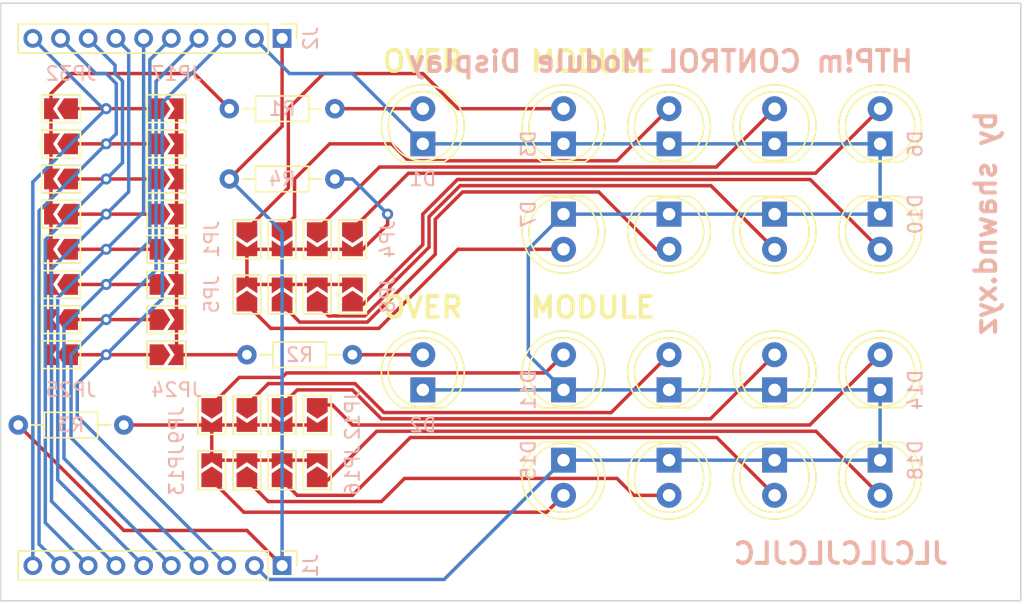
<source format=kicad_pcb>
(kicad_pcb (version 20221018) (generator pcbnew)
  (title_block (title "HTP!m CONTROL Module Display") (date "2023-10-07") (rev "1") (company "shawnd.xyz") (comment 2 "status.") (comment 3 "The HTP!m CONTROL Module Display highlights the selected module and its override"))
  (layers (0 "F.Cu" signal) (31 "B.Cu" signal) (34 "B.Paste" user) (35 "F.Paste" user) (36 "B.SilkS" user "B.Silkscreen") (37 "F.SilkS" user "F.Silkscreen") (38 "B.Mask" user) (39 "F.Mask" user) (44 "Edge.Cuts" user))
  (net 0 "")
  (net 1 "GND")
  (net 2 "Net-(D1-A)")
  (net 3 "Net-(D2-A)")
  (net 4 "Net-(D3-A)")
  (net 5 "Net-(D4-A)")
  (net 6 "Net-(D5-A)")
  (net 7 "Net-(D6-A)")
  (net 8 "Net-(D7-A)")
  (net 9 "Net-(D8-A)")
  (net 10 "Net-(D9-A)")
  (net 11 "Net-(D10-A)")
  (net 12 "Net-(D11-A)")
  (net 13 "Net-(D12-A)")
  (net 14 "Net-(D13-A)")
  (net 15 "Net-(D14-A)")
  (net 16 "Net-(D15-A)")
  (net 17 "Net-(D16-A)")
  (net 18 "Net-(D17-A)")
  (net 19 "Net-(D18-A)")
  (net 20 "+3.3V")
  (net 21 "Net-(J1-Pin_3)")
  (net 22 "Net-(J1-Pin_4)")
  (net 23 "Net-(J1-Pin_5)")
  (net 24 "Net-(J1-Pin_6)")
  (net 25 "Net-(J1-Pin_7)")
  (net 26 "Net-(J1-Pin_8)")
  (net 27 "Net-(J1-Pin_9)")
  (net 28 "Net-(J1-Pin_10)")
  (net 29 "Net-(JP1-B)")
  (net 30 "Net-(JP17-B)")
  (net 31 "Net-(JP25-B)")
  (net 32 "Net-(JP10-B)")
  (net 33 "+5V")
  (footprint "LED_THT:LED_D5.0mm" (layer "F.Cu") (at 147.32 86.36 -90)
    (fp_text reference "D7")
    (fp_text value "BLUE" hide)
  )
  (footprint "Jumper:SolderJumper-2_P1.3mm_Open_TrianglePad1.0x1.5mm" (layer "F.Cu") (at 132.08 92.165 90)
    (fp_text reference "JP8")
    (fp_text value "SolderJumper_2_Bridged" hide)
  )
  (footprint "Connector_PinHeader_2.00mm:PinHeader_1x10_P2.00mm_Vertical" (layer "F.Cu") (at 127 111.76 -90)
    (fp_text reference "J1")
    (fp_text value "Conn_01x10_Socket" hide)
  )
  (footprint "LED_THT:LED_D5.0mm" (layer "F.Cu") (at 162.56 99.06 90)
    (fp_text reference "D13" hide)
    (fp_text value "BLUE" hide)
  )
  (footprint "LED_THT:LED_D5.0mm" (layer "F.Cu") (at 137.16 99.06 90)
    (fp_text reference "D2")
    (fp_text value "RED" hide)
  )
  (footprint "Jumper:SolderJumper-2_P1.3mm_Open_TrianglePad1.0x1.5mm" (layer "F.Cu") (at 127 92.165 90)
    (fp_text reference "JP6" hide)
    (fp_text value "SolderJumper_2_Bridged" hide)
  )
  (footprint "LED_THT:LED_D5.0mm" (layer "F.Cu") (at 170.18 81.28 90)
    (fp_text reference "D6")
    (fp_text value "BLUE" hide)
  )
  (footprint "LED_THT:LED_D5.0mm" (layer "F.Cu") (at 170.18 104.14 -90)
    (fp_text reference "D18")
    (fp_text value "BLUE" hide)
  )
  (footprint "Jumper:SolderJumper-2_P1.3mm_Open_TrianglePad1.0x1.5mm" (layer "F.Cu") (at 111.035 86.36 180)
    (fp_text reference "JP29" hide)
    (fp_text value "SolderJumper_2_Bridged" hide)
  )
  (footprint "LED_THT:LED_D5.0mm" (layer "F.Cu") (at 162.56 81.28 90)
    (fp_text reference "D5" hide)
    (fp_text value "BLUE" hide)
  )
  (footprint "Jumper:SolderJumper-2_P1.3mm_Open_TrianglePad1.0x1.5mm" (layer "F.Cu") (at 121.92 100.875 -90)
    (fp_text reference "JP9")
    (fp_text value "SolderJumper_2_Bridged" hide)
  )
  (footprint "Jumper:SolderJumper-2_P1.3mm_Open_TrianglePad1.0x1.5mm" (layer "F.Cu") (at 118.655 78.74)
    (fp_text reference "JP17")
    (fp_text value "SolderJumper_2_Bridged" hide)
  )
  (footprint "Jumper:SolderJumper-2_P1.3mm_Open_TrianglePad1.0x1.5mm" (layer "F.Cu") (at 129.54 100.875 -90)
    (fp_text reference "JP12")
    (fp_text value "SolderJumper_2_Bridged" hide)
  )
  (footprint "Resistor_THT:R_Axial_DIN0204_L3.6mm_D1.6mm_P7.62mm_Horizontal" (layer "F.Cu") (at 107.95 101.6)
    (fp_text reference "R3")
    (fp_text value "10kΩ")
  )
  (footprint "Connector_PinHeader_2.00mm:PinHeader_1x10_P2.00mm_Vertical" (layer "F.Cu") (at 127 73.66 -90)
    (fp_text reference "J2")
    (fp_text value "Conn_01x10_Socket" hide)
  )
  (footprint "Jumper:SolderJumper-2_P1.3mm_Open_TrianglePad1.0x1.5mm" (layer "F.Cu") (at 111.035 91.44 180)
    (fp_text reference "JP27" hide)
    (fp_text value "SolderJumper_2_Bridged" hide)
  )
  (footprint "Jumper:SolderJumper-2_P1.3mm_Open_TrianglePad1.0x1.5mm" (layer "F.Cu") (at 111.035 93.98 180)
    (fp_text reference "JP26" hide)
    (fp_text value "SolderJumper_2_Bridged" hide)
  )
  (footprint "Jumper:SolderJumper-2_P1.3mm_Open_TrianglePad1.0x1.5mm" (layer "F.Cu") (at 111.035 81.28 180)
    (fp_text reference "JP31" hide)
    (fp_text value "SolderJumper_2_Bridged" hide)
  )
  (footprint "Jumper:SolderJumper-2_P1.3mm_Open_TrianglePad1.0x1.5mm" (layer "F.Cu") (at 111.035 83.82 180)
    (fp_text reference "JP30" hide)
    (fp_text value "SolderJumper_2_Bridged" hide)
  )
  (footprint "Jumper:SolderJumper-2_P1.3mm_Open_TrianglePad1.0x1.5mm" (layer "F.Cu") (at 127 88.175 -90)
    (fp_text reference "JP2" hide)
    (fp_text value "SolderJumper_2_Bridged" hide)
  )
  (footprint "Jumper:SolderJumper-2_P1.3mm_Open_TrianglePad1.0x1.5mm" (layer "F.Cu") (at 118.655 96.52)
    (fp_text reference "JP24")
    (fp_text value "SolderJumper_2_Bridged" hide)
  )
  (footprint "Resistor_THT:R_Axial_DIN0204_L3.6mm_D1.6mm_P7.62mm_Horizontal" (layer "F.Cu") (at 124.46 96.52)
    (fp_text reference "R2")
    (fp_text value "10kΩ")
  )
  (footprint "LED_THT:LED_D5.0mm" (layer "F.Cu") (at 154.94 81.28 90)
    (fp_text reference "D4" hide)
    (fp_text value "BLUE" hide)
  )
  (footprint "Jumper:SolderJumper-2_P1.3mm_Open_TrianglePad1.0x1.5mm" (layer "F.Cu") (at 124.46 92.165 90)
    (fp_text reference "JP5")
    (fp_text value "SolderJumper_2_Bridged" hide)
  )
  (footprint "Resistor_THT:R_Axial_DIN0204_L3.6mm_D1.6mm_P7.62mm_Horizontal" (layer "F.Cu") (at 123.19 83.82)
    (fp_text reference "R4")
    (fp_text value "10kΩ")
  )
  (footprint "Jumper:SolderJumper-2_P1.3mm_Open_TrianglePad1.0x1.5mm" (layer "F.Cu") (at 124.46 100.875 -90)
    (fp_text reference "JP10" hide)
    (fp_text value "SolderJumper_2_Bridged" hide)
  )
  (footprint "LED_THT:LED_D5.0mm" (layer "F.Cu") (at 170.18 99.06 90)
    (fp_text reference "D14")
    (fp_text value "BLUE" hide)
  )
  (footprint "Jumper:SolderJumper-2_P1.3mm_Open_TrianglePad1.0x1.5mm" (layer "F.Cu") (at 118.655 86.36)
    (fp_text reference "JP20" hide)
    (fp_text value "SolderJumper_2_Bridged" hide)
  )
  (footprint "LED_THT:LED_D5.0mm" (layer "F.Cu") (at 154.94 99.06 90)
    (fp_text reference "D12" hide)
    (fp_text value "BLUE" hide)
  )
  (footprint "LED_THT:LED_D5.0mm" (layer "F.Cu") (at 162.56 86.36 -90)
    (fp_text reference "D9" hide)
    (fp_text value "BLUE" hide)
  )
  (footprint "LED_THT:LED_D5.0mm" (layer "F.Cu") (at 147.32 81.28 90)
    (fp_text reference "D3")
    (fp_text value "BLUE" hide)
  )
  (footprint "LED_THT:LED_D5.0mm" (layer "F.Cu") (at 162.56 104.14 -90)
    (fp_text reference "D17" hide)
    (fp_text value "BLUE" hide)
  )
  (footprint "Jumper:SolderJumper-2_P1.3mm_Open_TrianglePad1.0x1.5mm" (layer "F.Cu") (at 118.655 83.82)
    (fp_text reference "JP19" hide)
    (fp_text value "SolderJumper_2_Bridged" hide)
  )
  (footprint "LED_THT:LED_D5.0mm" (layer "F.Cu") (at 170.18 86.36 -90)
    (fp_text reference "D10")
    (fp_text value "BLUE" hide)
  )
  (footprint "Jumper:SolderJumper-2_P1.3mm_Open_TrianglePad1.0x1.5mm" (layer "F.Cu") (at 111.035 78.74 180)
    (fp_text reference "JP32")
    (fp_text value "SolderJumper_2_Bridged" hide)
  )
  (footprint "Jumper:SolderJumper-2_P1.3mm_Open_TrianglePad1.0x1.5mm" (layer "F.Cu") (at 124.46 104.865 90)
    (fp_text reference "JP14" hide)
    (fp_text value "SolderJumper_2_Bridged" hide)
  )
  (footprint "MountingHole:MountingHole_2.5mm" (layer "F.Cu") (at 147.32 111.76)
    (fp_text reference "H2" hide)
    (fp_text value "MountingHole" hide)
  )
  (footprint "Jumper:SolderJumper-2_P1.3mm_Open_TrianglePad1.0x1.5mm" (layer "F.Cu") (at 118.655 81.28)
    (fp_text reference "JP18" hide)
    (fp_text value "SolderJumper_2_Bridged" hide)
  )
  (footprint "Jumper:SolderJumper-2_P1.3mm_Open_TrianglePad1.0x1.5mm" (layer "F.Cu") (at 124.46 88.175 -90)
    (fp_text reference "JP1")
    (fp_text value "SolderJumper_2_Bridged" hide)
  )
  (footprint "Jumper:SolderJumper-2_P1.3mm_Open_TrianglePad1.0x1.5mm" (layer "F.Cu") (at 129.54 92.165 90)
    (fp_text reference "JP7" hide)
    (fp_text value "SolderJumper_2_Bridged" hide)
  )
  (footprint "LED_THT:LED_D5.0mm" (layer "F.Cu") (at 137.16 81.28 90)
    (fp_text reference "D1")
    (fp_text value "RED" hide)
  )
  (footprint "Jumper:SolderJumper-2_P1.3mm_Open_TrianglePad1.0x1.5mm" (layer "F.Cu") (at 121.92 104.865 90)
    (fp_text reference "JP13")
    (fp_text value "SolderJumper_2_Bridged" hide)
  )
  (footprint "Jumper:SolderJumper-2_P1.3mm_Open_TrianglePad1.0x1.5mm" (layer "F.Cu") (at 118.655 93.98)
    (fp_text reference "JP23" hide)
    (fp_text value "SolderJumper_2_Bridged" hide)
  )
  (footprint "Jumper:SolderJumper-2_P1.3mm_Open_TrianglePad1.0x1.5mm" (layer "F.Cu") (at 111.035 88.9 180)
    (fp_text reference "JP28" hide)
    (fp_text value "SolderJumper_2_Bridged" hide)
  )
  (footprint "LED_THT:LED_D5.0mm" (layer "F.Cu") (at 154.94 104.14 -90)
    (fp_text reference "D16" hide)
    (fp_text value "BLUE" hide)
  )
  (footprint "Jumper:SolderJumper-2_P1.3mm_Open_TrianglePad1.0x1.5mm" (layer "F.Cu") (at 132.08 88.175 -90)
    (fp_text reference "JP4")
    (fp_text value "SolderJumper_2_Bridged" hide)
  )
  (footprint "Jumper:SolderJumper-2_P1.3mm_Open_TrianglePad1.0x1.5mm" (layer "F.Cu") (at 127 100.875 -90)
    (fp_text reference "JP11" hide)
    (fp_text value "SolderJumper_2_Bridged" hide)
  )
  (footprint "Jumper:SolderJumper-2_P1.3mm_Open_TrianglePad1.0x1.5mm" (layer "F.Cu") (at 129.54 104.865 90)
    (fp_text reference "JP16")
    (fp_text value "SolderJumper_2_Bridged" hide)
  )
  (footprint "Jumper:SolderJumper-2_P1.3mm_Open_TrianglePad1.0x1.5mm" (layer "F.Cu") (at 127 104.865 90)
    (fp_text reference "JP15" hide)
    (fp_text value "SolderJumper_2_Bridged" hide)
  )
  (footprint "Jumper:SolderJumper-2_P1.3mm_Open_TrianglePad1.0x1.5mm" (layer "F.Cu") (at 118.655 88.9)
    (fp_text reference "JP21" hide)
    (fp_text value "SolderJumper_2_Bridged" hide)
  )
  (footprint "Jumper:SolderJumper-2_P1.3mm_Open_TrianglePad1.0x1.5mm" (layer "F.Cu") (at 111.035 96.52 180)
    (fp_text reference "JP25")
    (fp_text value "SolderJumper_2_Bridged" hide)
  )
  (footprint "Resistor_THT:R_Axial_DIN0204_L3.6mm_D1.6mm_P7.62mm_Horizontal" (layer "F.Cu") (at 123.19 78.74)
    (fp_text reference "R1")
    (fp_text value "10kΩ")
  )
  (footprint "LED_THT:LED_D5.0mm" (layer "F.Cu") (at 154.94 86.36 -90)
    (fp_text reference "D8" hide)
    (fp_text value "BLUE" hide)
  )
  (footprint "Jumper:SolderJumper-2_P1.3mm_Open_TrianglePad1.0x1.5mm" (layer "F.Cu") (at 118.655 91.44)
    (fp_text reference "JP22" hide)
    (fp_text value "SolderJumper_2_Bridged" hide)
  )
  (footprint "MountingHole:MountingHole_2.5mm" (layer "F.Cu") (at 177.8 73.66)
    (fp_text reference "H1" hide)
    (fp_text value "MountingHole" hide)
  )
  (footprint "LED_THT:LED_D5.0mm" (layer "F.Cu") (at 147.32 104.14 -90)
    (fp_text reference "D15")
    (fp_text value "BLUE" hide)
  )
  (footprint "Jumper:SolderJumper-2_P1.3mm_Open_TrianglePad1.0x1.5mm" (layer "F.Cu") (at 129.54 88.175 -90)
    (fp_text reference "JP3" hide)
    (fp_text value "SolderJumper_2_Bridged" hide)
  )
  (footprint "LED_THT:LED_D5.0mm" (layer "F.Cu") (at 147.32 99.06 90)
    (fp_text reference "D11")
    (fp_text value "BLUE" hide)
  )
  (gr_rect (start 106.68 71.12) (end 180.34 114.3) (stroke (width 0.1)) (fill none) (layer "Edge.Cuts"))
  (gr_text "HTP!m CONTROL Module Display" (at 172.72 76.2) (layer "B.SilkS") (effects (font (size 1.5 1.5) (thickness 0.3) bold) (justify left bottom mirror)))
  (gr_text "by shawnd.xyz" (at 177.8 78.74 90) (layer "B.SilkS") (effects (font (size 1.5 1.5) (thickness 0.3) bold) (justify left mirror)))
  (gr_text "JLCJLCJLCJLC" (at 175.26 111.76) (layer "B.SilkS") (effects (font (size 1.5 1.5) (thickness 0.3) bold) (justify left bottom mirror)))
  (gr_text "MODULE" (at 144.78 93.98) (layer "F.SilkS") (effects (font (size 1.5 1.5) (thickness 0.3) bold) (justify left bottom)))
  (gr_text "OVER" (at 137.16 76.2) (layer "F.SilkS") (effects (font (size 1.5 1.5) (thickness 0.3) bold) (justify bottom)))
  (gr_text "MODULE" (at 144.78 76.2) (layer "F.SilkS") (effects (font (size 1.5 1.5) (thickness 0.3) bold) (justify left bottom)))
  (gr_text "OVER" (at 137.16 93.98) (layer "F.SilkS") (effects (font (size 1.5 1.5) (thickness 0.3) bold) (justify bottom)))
  (segment (start 170.18 104.14) (end 147.32 104.14) (width 0.25) (layer "B.Cu") (net 1))
  (segment (start 144.78 88.9) (end 144.78 96.52) (width 0.25) (layer "B.Cu") (net 1))
  (segment (start 147.32 81.28) (end 170.18 81.28) (width 0.25) (layer "B.Cu") (net 1))
  (segment (start 132.08 76.2) (end 127.54 76.2) (width 0.25) (layer "B.Cu") (net 1))
  (segment (start 170.18 81.28) (end 170.18 86.36) (width 0.25) (layer "B.Cu") (net 1))
  (segment (start 137.16 99.06) (end 147.32 99.06) (width 0.25) (layer "B.Cu") (net 1))
  (segment (start 147.32 104.14) (end 138.7 112.76) (width 0.25) (layer "B.Cu") (net 1))
  (segment (start 144.78 96.52) (end 147.32 99.06) (width 0.25) (layer "B.Cu") (net 1))
  (segment (start 126 112.76) (end 125 111.76) (width 0.25) (layer "B.Cu") (net 1))
  (segment (start 170.18 86.36) (end 147.32 86.36) (width 0.25) (layer "B.Cu") (net 1))
  (segment (start 147.32 86.36) (end 144.78 88.9) (width 0.25) (layer "B.Cu") (net 1))
  (segment (start 147.32 99.06) (end 170.18 99.06) (width 0.25) (layer "B.Cu") (net 1))
  (segment (start 147.32 81.28) (end 137.16 81.28) (width 0.25) (layer "B.Cu") (net 1))
  (segment (start 170.18 99.06) (end 170.18 104.14) (width 0.25) (layer "B.Cu") (net 1))
  (segment (start 138.7 112.76) (end 126 112.76) (width 0.25) (layer "B.Cu") (net 1))
  (segment (start 137.16 81.28) (end 132.08 76.2) (width 0.25) (layer "B.Cu") (net 1))
  (segment (start 127.54 76.2) (end 125 73.66) (width 0.25) (layer "B.Cu") (net 1))
  (segment (start 130.81 78.74) (end 137.16 78.74) (width 0.25) (layer "F.Cu") (net 2))
  (segment (start 132.08 96.52) (end 137.16 96.52) (width 0.25) (layer "F.Cu") (net 3))
  (segment (start 139.7 78.74) (end 147.32 78.74) (width 0.25) (layer "F.Cu") (net 4))
  (segment (start 124.46 87.45) (end 127.45 84.46) (width 0.25) (layer "F.Cu") (net 4))
  (segment (start 127.45 84.46) (end 127.45 78.74) (width 0.25) (layer "F.Cu") (net 4))
  (segment (start 127.45 78.74) (end 129.99 76.2) (width 0.25) (layer "F.Cu") (net 4))
  (segment (start 137.16 76.2) (end 139.7 78.74) (width 0.25) (layer "F.Cu") (net 4))
  (segment (start 129.99 76.2) (end 137.16 76.2) (width 0.25) (layer "F.Cu") (net 4))
  (segment (start 127.9 86.55) (end 127.9 83.82) (width 0.25) (layer "F.Cu") (net 5))
  (segment (start 127.9 83.82) (end 130.44 81.28) (width 0.25) (layer "F.Cu") (net 5))
  (segment (start 151.175 82.505) (end 154.94 78.74) (width 0.25) (layer "F.Cu") (net 5))
  (segment (start 134.90038 81.28) (end 136.12538 82.505) (width 0.25) (layer "F.Cu") (net 5))
  (segment (start 127 87.45) (end 127.9 86.55) (width 0.25) (layer "F.Cu") (net 5))
  (segment (start 130.44 81.28) (end 134.90038 81.28) (width 0.25) (layer "F.Cu") (net 5))
  (segment (start 136.12538 82.505) (end 151.175 82.505) (width 0.25) (layer "F.Cu") (net 5))
  (segment (start 158.345 82.955) (end 162.56 78.74) (width 0.25) (layer "F.Cu") (net 6))
  (segment (start 134.035 82.955) (end 158.345 82.955) (width 0.25) (layer "F.Cu") (net 6))
  (segment (start 129.54 87.45) (end 134.035 82.955) (width 0.25) (layer "F.Cu") (net 6))
  (segment (start 136.125 83.405) (end 165.515 83.405) (width 0.25) (layer "F.Cu") (net 7))
  (segment (start 165.515 83.405) (end 170.18 78.74) (width 0.25) (layer "F.Cu") (net 7))
  (segment (start 132.08 87.45) (end 136.125 83.405) (width 0.25) (layer "F.Cu") (net 7))
  (segment (start 139.7 88.9) (end 147.32 88.9) (width 0.25) (layer "F.Cu") (net 8))
  (segment (start 133.985 94.615) (end 139.7 88.9) (width 0.25) (layer "F.Cu") (net 8))
  (segment (start 124.46 92.89) (end 126.185 94.615) (width 0.25) (layer "F.Cu") (net 8))
  (segment (start 126.185 94.615) (end 133.985 94.615) (width 0.25) (layer "F.Cu") (net 8))
  (segment (start 154.005 88.9) (end 154.94 88.9) (width 0.25) (layer "F.Cu") (net 9))
  (segment (start 140.037792 84.755) (end 149.86 84.755) (width 0.25) (layer "F.Cu") (net 9))
  (segment (start 133.151016 94.165) (end 138.06 89.256016) (width 0.25) (layer "F.Cu") (net 9))
  (segment (start 138.06 89.256016) (end 138.06 86.732792) (width 0.25) (layer "F.Cu") (net 9))
  (segment (start 127 92.89) (end 128.275 94.165) (width 0.25) (layer "F.Cu") (net 9))
  (segment (start 128.275 94.165) (end 133.151016 94.165) (width 0.25) (layer "F.Cu") (net 9))
  (segment (start 149.86 84.755) (end 154.005 88.9) (width 0.25) (layer "F.Cu") (net 9))
  (segment (start 138.06 86.732792) (end 140.037792 84.755) (width 0.25) (layer "F.Cu") (net 9))
  (segment (start 137.61 86.546396) (end 139.851396 84.305) (width 0.25) (layer "F.Cu") (net 10))
  (segment (start 130.365 93.715) (end 132.96462 93.715) (width 0.25) (layer "F.Cu") (net 10))
  (segment (start 157.965 84.305) (end 162.56 88.9) (width 0.25) (layer "F.Cu") (net 10))
  (segment (start 129.54 92.89) (end 130.365 93.715) (width 0.25) (layer "F.Cu") (net 10))
  (segment (start 134.768198 91.588198) (end 137.61 88.746396) (width 0.25) (layer "F.Cu") (net 10))
  (segment (start 132.96462 93.715) (end 134.768198 91.911422) (width 0.25) (layer "F.Cu") (net 10))
  (segment (start 137.61 88.746396) (end 137.61 86.546396) (width 0.25) (layer "F.Cu") (net 10))
  (segment (start 139.851396 84.305) (end 157.965 84.305) (width 0.25) (layer "F.Cu") (net 10))
  (segment (start 134.768198 91.911422) (end 134.768198 91.588198) (width 0.25) (layer "F.Cu") (net 10))
  (segment (start 137.16 88.56) (end 137.16 86.36) (width 0.25) (layer "F.Cu") (net 11))
  (segment (start 137.16 86.36) (end 139.665 83.855) (width 0.25) (layer "F.Cu") (net 11))
  (segment (start 165.135 83.855) (end 170.18 88.9) (width 0.25) (layer "F.Cu") (net 11))
  (segment (start 139.665 83.855) (end 165.135 83.855) (width 0.25) (layer "F.Cu") (net 11))
  (segment (start 132.08 92.89) (end 132.83 92.89) (width 0.25) (layer "F.Cu") (net 11))
  (segment (start 132.83 92.89) (end 137.16 88.56) (width 0.25) (layer "F.Cu") (net 11))
  (segment (start 146.005 97.835) (end 147.32 96.52) (width 0.25) (layer "F.Cu") (net 12))
  (segment (start 127.325 97.835) (end 146.005 97.835) (width 0.25) (layer "F.Cu") (net 12))
  (segment (start 127 98.16) (end 127.325 97.835) (width 0.25) (layer "F.Cu") (net 12))
  (segment (start 123.91 98.16) (end 127 98.16) (width 0.25) (layer "F.Cu") (net 12))
  (segment (start 121.92 100.15) (end 123.91 98.16) (width 0.25) (layer "F.Cu") (net 12))
  (segment (start 126 98.61) (end 132.266396 98.61) (width 0.25) (layer "F.Cu") (net 13))
  (segment (start 124.46 100.15) (end 126 98.61) (width 0.25) (layer "F.Cu") (net 13))
  (segment (start 132.266396 98.61) (end 134.356396 100.7) (width 0.25) (layer "F.Cu") (net 13))
  (segment (start 134.356396 100.7) (end 150.76 100.7) (width 0.25) (layer "F.Cu") (net 13))
  (segment (start 150.76 100.7) (end 154.94 96.52) (width 0.25) (layer "F.Cu") (net 13))
  (segment (start 128.09 99.06) (end 132.08 99.06) (width 0.25) (layer "F.Cu") (net 14))
  (segment (start 134.17 101.15) (end 157.93 101.15) (width 0.25) (layer "F.Cu") (net 14))
  (segment (start 127 100.15) (end 128.09 99.06) (width 0.25) (layer "F.Cu") (net 14))
  (segment (start 132.08 99.06) (end 134.17 101.15) (width 0.25) (layer "F.Cu") (net 14))
  (segment (start 157.93 101.15) (end 162.56 96.52) (width 0.25) (layer "F.Cu") (net 14))
  (segment (start 132.08 101.6) (end 165.1 101.6) (width 0.25) (layer "F.Cu") (net 15))
  (segment (start 129.54 100.15) (end 130.63 100.15) (width 0.25) (layer "F.Cu") (net 15))
  (segment (start 130.63 100.15) (end 132.08 101.6) (width 0.25) (layer "F.Cu") (net 15))
  (segment (start 165.1 101.6) (end 170.18 96.52) (width 0.25) (layer "F.Cu") (net 15))
  (segment (start 146.09993 107.90007) (end 147.32 106.68) (width 0.25) (layer "F.Cu") (net 16))
  (segment (start 121.92 105.59) (end 124.23007 107.90007) (width 0.25) (layer "F.Cu") (net 16))
  (segment (start 124.23007 107.90007) (end 146.09993 107.90007) (width 0.25) (layer "F.Cu") (net 16))
  (segment (start 126 107.13) (end 134.17 107.13) (width 0.25) (layer "F.Cu") (net 17))
  (segment (start 134.17 107.13) (end 135.84007 105.45993) (width 0.25) (layer "F.Cu") (net 17))
  (segment (start 152.4 106.68) (end 154.94 106.68) (width 0.25) (layer "F.Cu") (net 17))
  (segment (start 124.46 105.59) (end 126 107.13) (width 0.25) (layer "F.Cu") (net 17))
  (segment (start 151.17993 105.45993) (end 152.4 106.68) (width 0.25) (layer "F.Cu") (net 17))
  (segment (start 135.84007 105.45993) (end 151.17993 105.45993) (width 0.25) (layer "F.Cu") (net 17))
  (segment (start 127 105.59) (end 128.09 106.68) (width 0.25) (layer "F.Cu") (net 18))
  (segment (start 136.26 102.5) (end 158.38 102.5) (width 0.25) (layer "F.Cu") (net 18))
  (segment (start 132.08 106.68) (end 136.26 102.5) (width 0.25) (layer "F.Cu") (net 18))
  (segment (start 158.38 102.5) (end 162.56 106.68) (width 0.25) (layer "F.Cu") (net 18))
  (segment (start 128.09 106.68) (end 132.08 106.68) (width 0.25) (layer "F.Cu") (net 18))
  (segment (start 130.29 105.59) (end 133.83 102.05) (width 0.25) (layer "F.Cu") (net 19))
  (segment (start 133.83 102.05) (end 165.55 102.05) (width 0.25) (layer "F.Cu") (net 19))
  (segment (start 165.55 102.05) (end 170.18 106.68) (width 0.25) (layer "F.Cu") (net 19))
  (segment (start 129.54 105.59) (end 130.29 105.59) (width 0.25) (layer "F.Cu") (net 19))
  (segment (start 107.95 101.6) (end 115.57 109.22) (width 0.25) (layer "F.Cu") (net 20))
  (segment (start 127 80.01) (end 123.19 83.82) (width 0.25) (layer "F.Cu") (net 20))
  (segment (start 115.57 109.22) (end 124.46 109.22) (width 0.25) (layer "F.Cu") (net 20))
  (segment (start 127 73.66) (end 127 80.01) (width 0.25) (layer "F.Cu") (net 20))
  (segment (start 124.46 109.22) (end 127 111.76) (width 0.25) (layer "F.Cu") (net 20))
  (segment (start 127 87.63) (end 123.19 83.82) (width 0.25) (layer "B.Cu") (net 20))
  (segment (start 127 111.76) (end 127 87.63) (width 0.25) (layer "B.Cu") (net 20))
  (segment (start 117.93 96.52) (end 114.3 96.52) (width 0.25) (layer "F.Cu") (net 21))
  (segment (start 114.3 96.52) (end 111.76 96.52) (width 0.25) (layer "F.Cu") (net 21))
  (via (at 114.3 96.52) (size 0.8) (drill 0.4) (layers "F.Cu" "B.Cu") (net 21))
  (segment (start 118.35 92.47) (end 118.35 78.31) (width 0.25) (layer "B.Cu") (net 21))
  (segment (start 114.3 96.52) (end 112.21 98.61) (width 0.25) (layer "B.Cu") (net 21))
  (segment (start 118.35 78.31) (end 123 73.66) (width 0.25) (layer "B.Cu") (net 21))
  (segment (start 112.21 100.97) (end 123 111.76) (width 0.25) (layer "B.Cu") (net 21))
  (segment (start 114.3 96.52) (end 118.35 92.47) (width 0.25) (layer "B.Cu") (net 21))
  (segment (start 112.21 98.61) (end 112.21 100.97) (width 0.25) (layer "B.Cu") (net 21))
  (segment (start 114.3 93.98) (end 117.93 93.98) (width 0.25) (layer "F.Cu") (net 22))
  (segment (start 111.76 93.98) (end 114.3 93.98) (width 0.25) (layer "F.Cu") (net 22))
  (via (at 114.3 93.98) (size 0.8) (drill 0.4) (layers "F.Cu" "B.Cu") (net 22))
  (segment (start 111.76 96.52) (end 111.76 102.52) (width 0.25) (layer "B.Cu") (net 22))
  (segment (start 111.76 102.52) (end 121 111.76) (width 0.25) (layer "B.Cu") (net 22))
  (segment (start 117.9 76.76) (end 121 73.66) (width 0.25) (layer "B.Cu") (net 22))
  (segment (start 117.9 90.38) (end 117.9 76.76) (width 0.25) (layer "B.Cu") (net 22))
  (segment (start 114.3 93.98) (end 117.9 90.38) (width 0.25) (layer "B.Cu") (net 22))
  (segment (start 114.3 93.98) (end 111.76 96.52) (width 0.25) (layer "B.Cu") (net 22))
  (segment (start 117.93 91.44) (end 114.3 91.44) (width 0.25) (layer "F.Cu") (net 23))
  (segment (start 114.3 91.44) (end 111.76 91.44) (width 0.25) (layer "F.Cu") (net 23))
  (via (at 114.3 91.44) (size 0.8) (drill 0.4) (layers "F.Cu" "B.Cu") (net 23))
  (segment (start 114.3 91.44) (end 117.45 88.29) (width 0.25) (layer "B.Cu") (net 23))
  (segment (start 111.25 104.01) (end 119 111.76) (width 0.25) (layer "B.Cu") (net 23))
  (segment (start 111.25 94.49) (end 111.25 104.01) (width 0.25) (layer "B.Cu") (net 23))
  (segment (start 114.3 91.44) (end 111.25 94.49) (width 0.25) (layer "B.Cu") (net 23))
  (segment (start 117.45 88.29) (end 117.45 75.21) (width 0.25) (layer "B.Cu") (net 23))
  (segment (start 117.45 75.21) (end 119 73.66) (width 0.25) (layer "B.Cu") (net 23))
  (segment (start 111.76 88.9) (end 114.3 88.9) (width 0.25) (layer "F.Cu") (net 24))
  (segment (start 114.3 88.9) (end 117.93 88.9) (width 0.25) (layer "F.Cu") (net 24))
  (via (at 114.3 88.9) (size 0.8) (drill 0.4) (layers "F.Cu" "B.Cu") (net 24))
  (segment (start 110.8 105.56) (end 117 111.76) (width 0.25) (layer "B.Cu") (net 24))
  (segment (start 114.3 88.9) (end 110.8 92.4) (width 0.25) (layer "B.Cu") (net 24))
  (segment (start 117 86.2) (end 117 73.66) (width 0.25) (layer "B.Cu") (net 24))
  (segment (start 114.3 88.9) (end 117 86.2) (width 0.25) (layer "B.Cu") (net 24))
  (segment (start 110.8 92.4) (end 110.8 105.56) (width 0.25) (layer "B.Cu") (net 24))
  (segment (start 117.93 86.36) (end 114.3 86.36) (width 0.25) (layer "F.Cu") (net 25))
  (segment (start 114.3 86.36) (end 111.76 86.36) (width 0.25) (layer "F.Cu") (net 25))
  (via (at 114.3 86.36) (size 0.8) (drill 0.4) (layers "F.Cu" "B.Cu") (net 25))
  (segment (start 110.35 90.31) (end 110.35 107.11) (width 0.25) (layer "B.Cu") (net 25))
  (segment (start 115.925 74.585) (end 115 73.66) (width 0.25) (layer "B.Cu") (net 25))
  (segment (start 110.35 107.11) (end 115 111.76) (width 0.25) (layer "B.Cu") (net 25))
  (segment (start 114.3 86.36) (end 110.35 90.31) (width 0.25) (layer "B.Cu") (net 25))
  (segment (start 114.3 86.36) (end 115.925 84.735) (width 0.25) (layer "B.Cu") (net 25))
  (segment (start 115.925 84.735) (end 115.925 74.585) (width 0.25) (layer "B.Cu") (net 25))
  (segment (start 114.3 83.82) (end 117.93 83.82) (width 0.25) (layer "F.Cu") (net 26))
  (segment (start 111.76 83.82) (end 114.3 83.82) (width 0.25) (layer "F.Cu") (net 26))
  (via (at 114.3 83.82) (size 0.8) (drill 0.4) (layers "F.Cu" "B.Cu") (net 26))
  (segment (start 115.475 82.645) (end 115.475 76.738604) (width 0.25) (layer "B.Cu") (net 26))
  (segment (start 114.936396 76.2) (end 114.936396 75.596396) (width 0.25) (layer "B.Cu") (net 26))
  (segment (start 109.9 88.22) (end 109.9 108.66) (width 0.25) (layer "B.Cu") (net 26))
  (segment (start 114.3 83.82) (end 115.475 82.645) (width 0.25) (layer "B.Cu") (net 26))
  (segment (start 115.475 76.738604) (end 114.936396 76.2) (width 0.25) (layer "B.Cu") (net 26))
  (segment (start 109.9 108.66) (end 113 111.76) (width 0.25) (layer "B.Cu") (net 26))
  (segment (start 114.936396 75.596396) (end 113 73.66) (width 0.25) (layer "B.Cu") (net 26))
  (segment (start 114.3 83.82) (end 109.9 88.22) (width 0.25) (layer "B.Cu") (net 26))
  (segment (start 117.93 81.28) (end 114.3 81.28) (width 0.25) (layer "F.Cu") (net 27))
  (segment (start 114.3 81.28) (end 111.76 81.28) (width 0.25) (layer "F.Cu") (net 27))
  (via (at 114.3 81.28) (size 0.8) (drill 0.4) (layers "F.Cu" "B.Cu") (net 27))
  (segment (start 114.3 81.28) (end 115.025 80.555) (width 0.25) (layer "B.Cu") (net 27))
  (segment (start 115.025 76.925) (end 114.3 76.2) (width 0.25) (layer "B.Cu") (net 27))
  (segment (start 109.45 110.21) (end 111 111.76) (width 0.25) (layer "B.Cu") (net 27))
  (segment (start 114.3 76.2) (end 113.54 76.2) (width 0.25) (layer "B.Cu") (net 27))
  (segment (start 113.54 76.2) (end 111 73.66) (width 0.25) (layer "B.Cu") (net 27))
  (segment (start 115.025 80.555) (end 115.025 76.925) (width 0.25) (layer "B.Cu") (net 27))
  (segment (start 109.45 86.13) (end 109.45 110.21) (width 0.25) (layer "B.Cu") (net 27))
  (segment (start 114.3 81.28) (end 109.45 86.13) (width 0.25) (layer "B.Cu") (net 27))
  (segment (start 114.3 78.74) (end 117.93 78.74) (width 0.25) (layer "F.Cu") (net 28))
  (segment (start 111.76 78.74) (end 114.3 78.74) (width 0.25) (layer "F.Cu") (net 28))
  (via (at 114.3 78.74) (size 0.8) (drill 0.4) (layers "F.Cu" "B.Cu") (net 28))
  (segment (start 114.3 78.74) (end 114.08 78.74) (width 0.25) (layer "B.Cu") (net 28))
  (segment (start 114.08 78.74) (end 109 73.66) (width 0.25) (layer "B.Cu") (net 28))
  (segment (start 109 84.04) (end 109 111.76) (width 0.25) (layer "B.Cu") (net 28))
  (segment (start 114.3 78.74) (end 109 84.04) (width 0.25) (layer "B.Cu") (net 28))
  (segment (start 134.62 87.11) (end 132.83 88.9) (width 0.25) (layer "F.Cu") (net 29))
  (segment (start 132.08 88.9) (end 124.46 88.9) (width 0.25) (layer "F.Cu") (net 29))
  (segment (start 132.83 88.9) (end 132.08 88.9) (width 0.25) (layer "F.Cu") (net 29))
  (segment (start 134.62 86.36) (end 134.62 87.11) (width 0.25) (layer "F.Cu") (net 29))
  (segment (start 124.46 88.9) (end 124.46 91.44) (width 0.25) (layer "F.Cu") (net 29))
  (segment (start 124.46 91.44) (end 132.08 91.44) (width 0.25) (layer "F.Cu") (net 29))
  (via (at 134.62 86.36) (size 0.8) (drill 0.4) (layers "F.Cu" "B.Cu") (net 29))
  (segment (start 132.08 83.82) (end 134.62 86.36) (width 0.25) (layer "B.Cu") (net 29))
  (segment (start 130.81 83.82) (end 132.08 83.82) (width 0.25) (layer "B.Cu") (net 29))
  (segment (start 119.38 96.52) (end 119.38 78.74) (width 0.25) (layer "F.Cu") (net 30))
  (segment (start 124.46 96.52) (end 119.38 96.52) (width 0.25) (layer "F.Cu") (net 30))
  (segment (start 110.31 78.74) (end 110.31 96.52) (width 0.25) (layer "F.Cu") (net 31))
  (segment (start 123.19 78.74) (end 120.65 76.2) (width 0.25) (layer "F.Cu") (net 31))
  (segment (start 120.65 76.2) (end 111.76 76.2) (width 0.25) (layer "F.Cu") (net 31))
  (segment (start 110.31 77.65) (end 110.31 78.74) (width 0.25) (layer "F.Cu") (net 31))
  (segment (start 111.76 76.2) (end 110.31 77.65) (width 0.25) (layer "F.Cu") (net 31))
  (segment (start 115.57 101.6) (end 121.92 101.6) (width 0.25) (layer "F.Cu") (net 32))
  (segment (start 121.92 104.14) (end 129.54 104.14) (width 0.25) (layer "F.Cu") (net 32))
  (segment (start 129.54 101.6) (end 121.92 101.6) (width 0.25) (layer "F.Cu") (net 32))
  (segment (start 121.92 101.6) (end 121.92 104.14) (width 0.25) (layer "F.Cu") (net 32))
)
</source>
